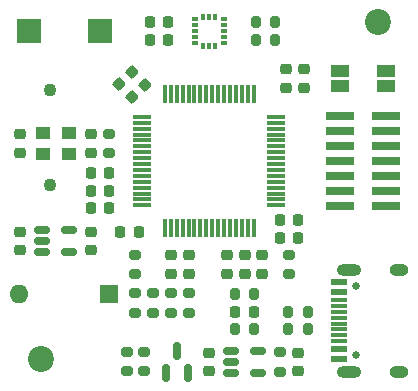
<source format=gbr>
%TF.GenerationSoftware,KiCad,Pcbnew,(6.0.4)*%
%TF.CreationDate,2023-08-29T14:34:22+02:00*%
%TF.ProjectId,big_black_box_pcb_cad,6269675f-626c-4616-936b-5f626f785f70,rev?*%
%TF.SameCoordinates,Original*%
%TF.FileFunction,Soldermask,Top*%
%TF.FilePolarity,Negative*%
%FSLAX46Y46*%
G04 Gerber Fmt 4.6, Leading zero omitted, Abs format (unit mm)*
G04 Created by KiCad (PCBNEW (6.0.4)) date 2023-08-29 14:34:22*
%MOMM*%
%LPD*%
G01*
G04 APERTURE LIST*
G04 Aperture macros list*
%AMRoundRect*
0 Rectangle with rounded corners*
0 $1 Rounding radius*
0 $2 $3 $4 $5 $6 $7 $8 $9 X,Y pos of 4 corners*
0 Add a 4 corners polygon primitive as box body*
4,1,4,$2,$3,$4,$5,$6,$7,$8,$9,$2,$3,0*
0 Add four circle primitives for the rounded corners*
1,1,$1+$1,$2,$3*
1,1,$1+$1,$4,$5*
1,1,$1+$1,$6,$7*
1,1,$1+$1,$8,$9*
0 Add four rect primitives between the rounded corners*
20,1,$1+$1,$2,$3,$4,$5,0*
20,1,$1+$1,$4,$5,$6,$7,0*
20,1,$1+$1,$6,$7,$8,$9,0*
20,1,$1+$1,$8,$9,$2,$3,0*%
G04 Aperture macros list end*
%ADD10RoundRect,0.075000X-0.700000X-0.075000X0.700000X-0.075000X0.700000X0.075000X-0.700000X0.075000X0*%
%ADD11RoundRect,0.075000X-0.075000X-0.700000X0.075000X-0.700000X0.075000X0.700000X-0.075000X0.700000X0*%
%ADD12RoundRect,0.225000X-0.250000X0.225000X-0.250000X-0.225000X0.250000X-0.225000X0.250000X0.225000X0*%
%ADD13R,1.500000X1.000000*%
%ADD14RoundRect,0.200000X-0.275000X0.200000X-0.275000X-0.200000X0.275000X-0.200000X0.275000X0.200000X0*%
%ADD15RoundRect,0.150000X0.150000X-0.587500X0.150000X0.587500X-0.150000X0.587500X-0.150000X-0.587500X0*%
%ADD16RoundRect,0.225000X0.225000X0.250000X-0.225000X0.250000X-0.225000X-0.250000X0.225000X-0.250000X0*%
%ADD17RoundRect,0.225000X0.335876X0.017678X0.017678X0.335876X-0.335876X-0.017678X-0.017678X-0.335876X0*%
%ADD18C,2.200000*%
%ADD19RoundRect,0.200000X0.200000X0.275000X-0.200000X0.275000X-0.200000X-0.275000X0.200000X-0.275000X0*%
%ADD20RoundRect,0.200000X0.275000X-0.200000X0.275000X0.200000X-0.275000X0.200000X-0.275000X-0.200000X0*%
%ADD21RoundRect,0.218750X0.256250X-0.218750X0.256250X0.218750X-0.256250X0.218750X-0.256250X-0.218750X0*%
%ADD22RoundRect,0.087500X0.187500X0.087500X-0.187500X0.087500X-0.187500X-0.087500X0.187500X-0.087500X0*%
%ADD23RoundRect,0.087500X0.087500X0.187500X-0.087500X0.187500X-0.087500X-0.187500X0.087500X-0.187500X0*%
%ADD24R,1.600000X1.600000*%
%ADD25O,1.600000X1.600000*%
%ADD26RoundRect,0.150000X-0.512500X-0.150000X0.512500X-0.150000X0.512500X0.150000X-0.512500X0.150000X0*%
%ADD27RoundRect,0.218750X-0.218750X-0.256250X0.218750X-0.256250X0.218750X0.256250X-0.218750X0.256250X0*%
%ADD28RoundRect,0.218750X0.218750X0.256250X-0.218750X0.256250X-0.218750X-0.256250X0.218750X-0.256250X0*%
%ADD29O,2.100000X1.000000*%
%ADD30O,1.600000X1.000000*%
%ADD31R,1.450000X0.600000*%
%ADD32R,1.450000X0.300000*%
%ADD33C,0.650000*%
%ADD34R,2.000000X2.000000*%
%ADD35R,2.400000X0.740000*%
%ADD36RoundRect,0.225000X0.250000X-0.225000X0.250000X0.225000X-0.250000X0.225000X-0.250000X-0.225000X0*%
%ADD37RoundRect,0.200000X-0.200000X-0.275000X0.200000X-0.275000X0.200000X0.275000X-0.200000X0.275000X0*%
%ADD38R,1.300000X1.000000*%
%ADD39RoundRect,0.225000X-0.225000X-0.250000X0.225000X-0.250000X0.225000X0.250000X-0.225000X0.250000X0*%
%ADD40C,1.100000*%
G04 APERTURE END LIST*
D10*
%TO.C,U101*%
X150825000Y-91250000D03*
X150825000Y-91750000D03*
X150825000Y-92250000D03*
X150825000Y-92750000D03*
X150825000Y-93250000D03*
X150825000Y-93750000D03*
X150825000Y-94250000D03*
X150825000Y-94750000D03*
X150825000Y-95250000D03*
X150825000Y-95750000D03*
X150825000Y-96250000D03*
X150825000Y-96750000D03*
X150825000Y-97250000D03*
X150825000Y-97750000D03*
X150825000Y-98250000D03*
X150825000Y-98750000D03*
D11*
X152750000Y-100675000D03*
X153250000Y-100675000D03*
X153750000Y-100675000D03*
X154250000Y-100675000D03*
X154750000Y-100675000D03*
X155250000Y-100675000D03*
X155750000Y-100675000D03*
X156250000Y-100675000D03*
X156750000Y-100675000D03*
X157250000Y-100675000D03*
X157750000Y-100675000D03*
X158250000Y-100675000D03*
X158750000Y-100675000D03*
X159250000Y-100675000D03*
X159750000Y-100675000D03*
X160250000Y-100675000D03*
D10*
X162175000Y-98750000D03*
X162175000Y-98250000D03*
X162175000Y-97750000D03*
X162175000Y-97250000D03*
X162175000Y-96750000D03*
X162175000Y-96250000D03*
X162175000Y-95750000D03*
X162175000Y-95250000D03*
X162175000Y-94750000D03*
X162175000Y-94250000D03*
X162175000Y-93750000D03*
X162175000Y-93250000D03*
X162175000Y-92750000D03*
X162175000Y-92250000D03*
X162175000Y-91750000D03*
X162175000Y-91250000D03*
D11*
X160250000Y-89325000D03*
X159750000Y-89325000D03*
X159250000Y-89325000D03*
X158750000Y-89325000D03*
X158250000Y-89325000D03*
X157750000Y-89325000D03*
X157250000Y-89325000D03*
X156750000Y-89325000D03*
X156250000Y-89325000D03*
X155750000Y-89325000D03*
X155250000Y-89325000D03*
X154750000Y-89325000D03*
X154250000Y-89325000D03*
X153750000Y-89325000D03*
X153250000Y-89325000D03*
X152750000Y-89325000D03*
%TD*%
D12*
%TO.C,C111*%
X164499999Y-87225000D03*
X164499999Y-88775000D03*
%TD*%
D13*
%TO.C,JP102*%
X167550000Y-88650000D03*
X167550000Y-87350000D03*
%TD*%
D14*
%TO.C,R116*%
X149500000Y-111155000D03*
X149500000Y-112805000D03*
%TD*%
D15*
%TO.C,Q101*%
X152800000Y-112937500D03*
X154700000Y-112937500D03*
X153750000Y-111062500D03*
%TD*%
D12*
%TO.C,C116*%
X164000000Y-111225000D03*
X164000000Y-112775000D03*
%TD*%
D16*
%TO.C,C112*%
X148025000Y-97490000D03*
X146475000Y-97490000D03*
%TD*%
D17*
%TO.C,C113*%
X151048008Y-88548008D03*
X149951992Y-87451992D03*
%TD*%
D18*
%TO.C,H102*%
X170750000Y-83250000D03*
%TD*%
D19*
%TO.C,R104*%
X162075000Y-84750000D03*
X160425000Y-84750000D03*
%TD*%
D20*
%TO.C,R114*%
X150250000Y-107825000D03*
X150250000Y-106175000D03*
%TD*%
D16*
%TO.C,C104*%
X148025000Y-96000000D03*
X146475000Y-96000000D03*
%TD*%
D12*
%TO.C,C114*%
X140500000Y-100975000D03*
X140500000Y-102525000D03*
%TD*%
D20*
%TO.C,R115*%
X150250000Y-104575000D03*
X150250000Y-102925000D03*
%TD*%
D14*
%TO.C,R107*%
X162500000Y-111175000D03*
X162500000Y-112825000D03*
%TD*%
D21*
%TO.C,D102*%
X153250000Y-104537500D03*
X153250000Y-102962500D03*
%TD*%
D22*
%TO.C,U102*%
X157725000Y-85000000D03*
X157725000Y-84500000D03*
X157725000Y-84000000D03*
X157725000Y-83500000D03*
X157725000Y-83000000D03*
D23*
X157000000Y-82775000D03*
X156500000Y-82775000D03*
X156000000Y-82775000D03*
D22*
X155275000Y-83000000D03*
X155275000Y-83500000D03*
X155275000Y-84000000D03*
X155275000Y-84500000D03*
X155275000Y-85000000D03*
D23*
X156000000Y-85225000D03*
X156500000Y-85225000D03*
X157000000Y-85225000D03*
%TD*%
D20*
%TO.C,R105*%
X148000000Y-94325000D03*
X148000000Y-92675000D03*
%TD*%
D16*
%TO.C,C103*%
X164025000Y-101500000D03*
X162475000Y-101500000D03*
%TD*%
D24*
%TO.C,SW102*%
X148050000Y-106250000D03*
D25*
X140430000Y-106250000D03*
%TD*%
D26*
%TO.C,U103*%
X142362500Y-100800000D03*
X142362500Y-101750000D03*
X142362500Y-102700000D03*
X144637500Y-102700000D03*
X144637500Y-100800000D03*
%TD*%
D21*
%TO.C,D104*%
X158000000Y-104537500D03*
X158000000Y-102962500D03*
%TD*%
%TO.C,D106*%
X161000000Y-104537500D03*
X161000000Y-102962500D03*
%TD*%
D19*
%TO.C,R102*%
X164825000Y-107750000D03*
X163175000Y-107750000D03*
%TD*%
D12*
%TO.C,C115*%
X146500000Y-100975000D03*
X146500000Y-102525000D03*
%TD*%
D19*
%TO.C,R103*%
X162075000Y-83250000D03*
X160425000Y-83250000D03*
%TD*%
D18*
%TO.C,H101*%
X142250000Y-111750000D03*
%TD*%
D16*
%TO.C,C110*%
X150525000Y-101000000D03*
X148975000Y-101000000D03*
%TD*%
D27*
%TO.C,FB101*%
X146462500Y-99000000D03*
X148037500Y-99000000D03*
%TD*%
D21*
%TO.C,D105*%
X159500000Y-104537500D03*
X159500000Y-102962500D03*
%TD*%
D28*
%TO.C,D101*%
X160287500Y-107750000D03*
X158712500Y-107750000D03*
%TD*%
D26*
%TO.C,U104*%
X158362500Y-111050000D03*
X158362500Y-112000000D03*
X158362500Y-112950000D03*
X160637500Y-112950000D03*
X160637500Y-111050000D03*
%TD*%
D14*
%TO.C,R109*%
X151750000Y-106175000D03*
X151750000Y-107825000D03*
%TD*%
D20*
%TO.C,R106*%
X151000000Y-112805000D03*
X151000000Y-111155000D03*
%TD*%
D29*
%TO.C,J101*%
X168370000Y-112820000D03*
D30*
X172550000Y-112820000D03*
D29*
X168370000Y-104180000D03*
D30*
X172550000Y-104180000D03*
D31*
X167455000Y-111750000D03*
X167455000Y-110950000D03*
D32*
X167455000Y-110250000D03*
X167455000Y-109250000D03*
X167455000Y-107750000D03*
X167455000Y-106750000D03*
D31*
X167455000Y-106050000D03*
X167455000Y-105250000D03*
X167455000Y-105250000D03*
X167455000Y-106050000D03*
D32*
X167455000Y-107250000D03*
X167455000Y-108250000D03*
X167455000Y-108750000D03*
X167455000Y-109750000D03*
D31*
X167455000Y-110950000D03*
X167455000Y-111750000D03*
D33*
X168900000Y-105610000D03*
X168900000Y-111390000D03*
%TD*%
D34*
%TO.C,SW101*%
X141250000Y-84000000D03*
X147250000Y-84000000D03*
%TD*%
D35*
%TO.C,J102*%
X171450000Y-98810000D03*
X167550000Y-98810000D03*
X171450000Y-97540000D03*
X167550000Y-97540000D03*
X171450000Y-96270000D03*
X167550000Y-96270000D03*
X171450000Y-95000000D03*
X167550000Y-95000000D03*
X171450000Y-93730000D03*
X167550000Y-93730000D03*
X171450000Y-92460000D03*
X167550000Y-92460000D03*
X171450000Y-91190000D03*
X167550000Y-91190000D03*
%TD*%
D36*
%TO.C,C117*%
X156500000Y-112775000D03*
X156500000Y-111225000D03*
%TD*%
D37*
%TO.C,R108*%
X158675000Y-109250000D03*
X160325000Y-109250000D03*
%TD*%
D14*
%TO.C,R111*%
X154750000Y-106175000D03*
X154750000Y-107825000D03*
%TD*%
D38*
%TO.C,Y101*%
X144600000Y-92600000D03*
X142400000Y-92600000D03*
X142400000Y-94400000D03*
X144600000Y-94400000D03*
%TD*%
D17*
%TO.C,C109*%
X149987348Y-89608668D03*
X148891332Y-88512652D03*
%TD*%
D16*
%TO.C,C101*%
X153025000Y-84750000D03*
X151475000Y-84750000D03*
%TD*%
D14*
%TO.C,R110*%
X153250000Y-106175000D03*
X153250000Y-107825000D03*
%TD*%
D19*
%TO.C,R101*%
X164825000Y-109250000D03*
X163175000Y-109250000D03*
%TD*%
D12*
%TO.C,C106*%
X146500000Y-92725000D03*
X146500000Y-94275000D03*
%TD*%
D36*
%TO.C,C105*%
X140500000Y-94275000D03*
X140500000Y-92725000D03*
%TD*%
D16*
%TO.C,C102*%
X153025000Y-83250000D03*
X151475000Y-83250000D03*
%TD*%
D21*
%TO.C,D103*%
X154750000Y-104537500D03*
X154750000Y-102962500D03*
%TD*%
D12*
%TO.C,C108*%
X163000000Y-87225000D03*
X163000000Y-88775000D03*
%TD*%
D39*
%TO.C,C107*%
X162475000Y-100000000D03*
X164025000Y-100000000D03*
%TD*%
D13*
%TO.C,JP101*%
X171450000Y-87350000D03*
X171450000Y-88650000D03*
%TD*%
D20*
%TO.C,R113*%
X163250000Y-104575000D03*
X163250000Y-102925000D03*
%TD*%
D19*
%TO.C,R112*%
X160325000Y-106250000D03*
X158675000Y-106250000D03*
%TD*%
D40*
%TO.C,U105*%
X143000000Y-97000000D03*
X143000000Y-89000000D03*
%TD*%
M02*

</source>
